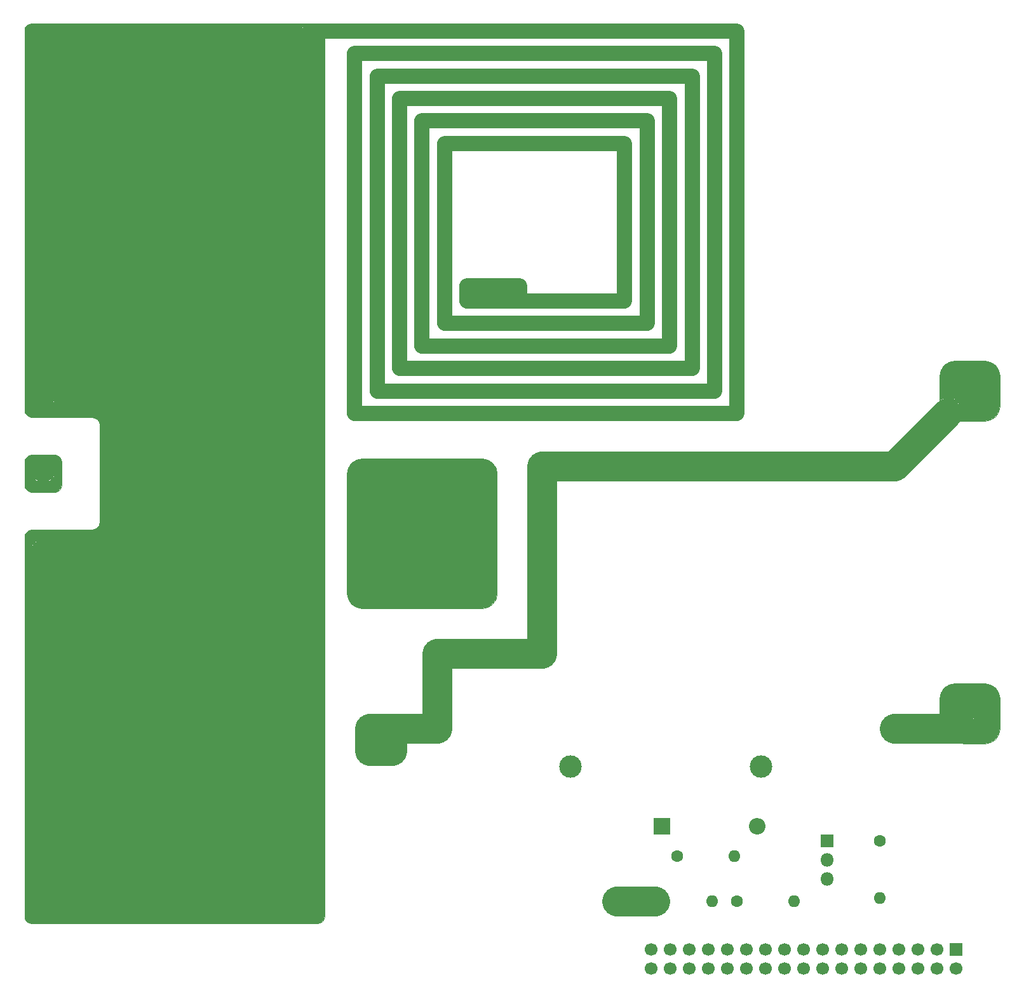
<source format=gbr>
G04 #@! TF.FileFunction,Copper,L1,Top,Signal*
%FSLAX46Y46*%
G04 Gerber Fmt 4.6, Leading zero omitted, Abs format (unit mm)*
G04 Created by KiCad (PCBNEW 4.0.3-stable) date 01/11/25 11:01:01*
%MOMM*%
%LPD*%
G01*
G04 APERTURE LIST*
%ADD10C,0.100000*%
%ADD11C,1.600000*%
%ADD12O,1.600000X1.600000*%
%ADD13R,1.700000X1.700000*%
%ADD14C,1.700000*%
%ADD15C,3.000000*%
%ADD16R,1.800000X1.800000*%
%ADD17O,1.800000X1.800000*%
%ADD18R,2.200000X2.200000*%
%ADD19O,2.200000X2.200000*%
%ADD20C,4.000000*%
%ADD21C,0.250000*%
%ADD22C,2.000000*%
%ADD23C,0.025400*%
G04 APERTURE END LIST*
D10*
D11*
X119000000Y-152000000D03*
D12*
X126620000Y-152000000D03*
D11*
X130000000Y-152000000D03*
D12*
X137620000Y-152000000D03*
D11*
X122000000Y-146000000D03*
D12*
X129620000Y-146000000D03*
D13*
X159200000Y-158500000D03*
D14*
X159200000Y-161040000D03*
X156660000Y-158500000D03*
X156660000Y-161040000D03*
X154120000Y-158500000D03*
X154120000Y-161040000D03*
X151580000Y-158500000D03*
X151580000Y-161040000D03*
X149040000Y-158500000D03*
X149040000Y-161040000D03*
X146500000Y-158500000D03*
X146500000Y-161040000D03*
X143960000Y-158500000D03*
X143960000Y-161040000D03*
X141420000Y-158500000D03*
X141420000Y-161040000D03*
X138880000Y-158500000D03*
X138880000Y-161040000D03*
X136340000Y-158500000D03*
X136340000Y-161040000D03*
X133800000Y-158500000D03*
X133800000Y-161040000D03*
X131260000Y-158500000D03*
X131260000Y-161040000D03*
X128720000Y-158500000D03*
X128720000Y-161040000D03*
X126180000Y-158500000D03*
X126180000Y-161040000D03*
X123640000Y-158500000D03*
X123640000Y-161040000D03*
X121100000Y-158500000D03*
X121100000Y-161040000D03*
X118560000Y-158500000D03*
X118560000Y-161040000D03*
D15*
X133180000Y-134080000D03*
X90000000Y-129000000D03*
X150960000Y-129000000D03*
X107780000Y-134080000D03*
D16*
X142000000Y-144000000D03*
D17*
X142000000Y-146540000D03*
X142000000Y-149080000D03*
D18*
X120000000Y-142000000D03*
D19*
X132700000Y-142000000D03*
D11*
X149000000Y-144000000D03*
D12*
X149000000Y-151620000D03*
D20*
X90000000Y-129000000D02*
X90000000Y-119000000D01*
X151000000Y-94000000D02*
X158000000Y-87000000D01*
X104000000Y-94000000D02*
X151000000Y-94000000D01*
X104000000Y-119000000D02*
X104000000Y-94000000D01*
X90000000Y-119000000D02*
X104000000Y-119000000D01*
X119000000Y-152000000D02*
X114000000Y-152000000D01*
X81000000Y-129000000D02*
X81000000Y-132000000D01*
X84000000Y-129000000D02*
X81000000Y-129000000D01*
X90000000Y-129000000D02*
X84000000Y-129000000D01*
X84000000Y-132000000D02*
X84000000Y-129000000D01*
X81000000Y-132000000D02*
X84000000Y-132000000D01*
D21*
X159000000Y-85000000D02*
X160000000Y-85000000D01*
D20*
X150960000Y-129000000D02*
X160000000Y-129000000D01*
D21*
X160000000Y-129000000D02*
X161000000Y-129000000D01*
D22*
X37000000Y-85000000D02*
X38000000Y-85000000D01*
X38000000Y-85000000D02*
X37500000Y-85000000D01*
X38000000Y-105000000D02*
X37500000Y-105000000D01*
X37000000Y-105000000D02*
X38000000Y-105000000D01*
D21*
X85000000Y-102000000D02*
X86000000Y-102000000D01*
D22*
X73000000Y-36000000D02*
X79000000Y-36000000D01*
X91000000Y-51000000D02*
X115000000Y-51000000D01*
X118000000Y-48000000D02*
X118000000Y-75000000D01*
X118000000Y-75000000D02*
X91000000Y-75000000D01*
X91000000Y-75000000D02*
X91000000Y-51000000D01*
X85000000Y-45000000D02*
X121000000Y-45000000D01*
X85000000Y-81000000D02*
X85000000Y-45000000D01*
X82000000Y-42000000D02*
X124000000Y-42000000D01*
X127000000Y-39000000D02*
X127000000Y-84000000D01*
X127000000Y-84000000D02*
X82000000Y-84000000D01*
X82000000Y-84000000D02*
X82000000Y-42000000D01*
X79000000Y-36000000D02*
X130000000Y-36000000D01*
X79000000Y-87000000D02*
X79000000Y-39000000D01*
X130000000Y-87000000D02*
X79000000Y-87000000D01*
X130000000Y-36000000D02*
X130000000Y-87000000D01*
X79000000Y-39000000D02*
X127000000Y-39000000D01*
X124000000Y-42000000D02*
X124000000Y-81000000D01*
X124000000Y-81000000D02*
X85000000Y-81000000D01*
X88000000Y-78000000D02*
X88000000Y-48000000D01*
X121000000Y-78000000D02*
X88000000Y-78000000D01*
X121000000Y-45000000D02*
X121000000Y-78000000D01*
X88000000Y-48000000D02*
X118000000Y-48000000D01*
X115000000Y-72000000D02*
X101000000Y-72000000D01*
X115000000Y-51000000D02*
X115000000Y-72000000D01*
X94000000Y-72000000D02*
X94000000Y-70000000D01*
X101000000Y-72000000D02*
X94000000Y-72000000D01*
X101000000Y-70000000D02*
X101000000Y-72000000D01*
X94000000Y-70000000D02*
X101000000Y-70000000D01*
X37000000Y-95000000D02*
X38000000Y-95000000D01*
X38000000Y-95000000D02*
X37500000Y-95000000D01*
D23*
G36*
X39377727Y-92588083D02*
X39697951Y-92802049D01*
X39911917Y-93122273D01*
X39987300Y-93501251D01*
X39987300Y-96498749D01*
X39911917Y-96877727D01*
X39697951Y-97197951D01*
X39377727Y-97411917D01*
X38998749Y-97487300D01*
X36001251Y-97487300D01*
X35622273Y-97411917D01*
X35302049Y-97197951D01*
X35088083Y-96877727D01*
X35012700Y-96498749D01*
X35012700Y-95000000D01*
X35987300Y-95000000D01*
X36064387Y-95387544D01*
X36283913Y-95716087D01*
X36612456Y-95935613D01*
X37000000Y-96012700D01*
X38000000Y-96012700D01*
X38387544Y-95935613D01*
X38716087Y-95716087D01*
X38935613Y-95387544D01*
X39012700Y-95000000D01*
X38935613Y-94612456D01*
X38716087Y-94283913D01*
X38387544Y-94064387D01*
X38000000Y-93987300D01*
X37000000Y-93987300D01*
X36612456Y-94064387D01*
X36283913Y-94283913D01*
X36064387Y-94612456D01*
X35987300Y-95000000D01*
X35012700Y-95000000D01*
X35012700Y-93501251D01*
X35088083Y-93122273D01*
X35302049Y-92802049D01*
X35622273Y-92588083D01*
X36001251Y-92512700D01*
X38998749Y-92512700D01*
X39377727Y-92588083D01*
X39377727Y-92588083D01*
G37*
X39377727Y-92588083D02*
X39697951Y-92802049D01*
X39911917Y-93122273D01*
X39987300Y-93501251D01*
X39987300Y-96498749D01*
X39911917Y-96877727D01*
X39697951Y-97197951D01*
X39377727Y-97411917D01*
X38998749Y-97487300D01*
X36001251Y-97487300D01*
X35622273Y-97411917D01*
X35302049Y-97197951D01*
X35088083Y-96877727D01*
X35012700Y-96498749D01*
X35012700Y-95000000D01*
X35987300Y-95000000D01*
X36064387Y-95387544D01*
X36283913Y-95716087D01*
X36612456Y-95935613D01*
X37000000Y-96012700D01*
X38000000Y-96012700D01*
X38387544Y-95935613D01*
X38716087Y-95716087D01*
X38935613Y-95387544D01*
X39012700Y-95000000D01*
X38935613Y-94612456D01*
X38716087Y-94283913D01*
X38387544Y-94064387D01*
X38000000Y-93987300D01*
X37000000Y-93987300D01*
X36612456Y-94064387D01*
X36283913Y-94283913D01*
X36064387Y-94612456D01*
X35987300Y-95000000D01*
X35012700Y-95000000D01*
X35012700Y-93501251D01*
X35088083Y-93122273D01*
X35302049Y-92802049D01*
X35622273Y-92588083D01*
X36001251Y-92512700D01*
X38998749Y-92512700D01*
X39377727Y-92588083D01*
G36*
X163760411Y-123164204D02*
X164405058Y-123594942D01*
X164835796Y-124239589D01*
X164987300Y-125001251D01*
X164987300Y-128998749D01*
X164835796Y-129760411D01*
X164405058Y-130405058D01*
X163760411Y-130835796D01*
X162998749Y-130987300D01*
X160127694Y-130987300D01*
X160770227Y-130859492D01*
X161423194Y-130423194D01*
X161859492Y-129770227D01*
X162012700Y-129000000D01*
X161859492Y-128229773D01*
X161423194Y-127576806D01*
X160770227Y-127140508D01*
X160000000Y-126987300D01*
X157012700Y-126987300D01*
X157012700Y-125001251D01*
X157164204Y-124239589D01*
X157594942Y-123594942D01*
X158239589Y-123164204D01*
X159001251Y-123012700D01*
X162998749Y-123012700D01*
X163760411Y-123164204D01*
X163760411Y-123164204D01*
G37*
X163760411Y-123164204D02*
X164405058Y-123594942D01*
X164835796Y-124239589D01*
X164987300Y-125001251D01*
X164987300Y-128998749D01*
X164835796Y-129760411D01*
X164405058Y-130405058D01*
X163760411Y-130835796D01*
X162998749Y-130987300D01*
X160127694Y-130987300D01*
X160770227Y-130859492D01*
X161423194Y-130423194D01*
X161859492Y-129770227D01*
X162012700Y-129000000D01*
X161859492Y-128229773D01*
X161423194Y-127576806D01*
X160770227Y-127140508D01*
X160000000Y-126987300D01*
X157012700Y-126987300D01*
X157012700Y-125001251D01*
X157164204Y-124239589D01*
X157594942Y-123594942D01*
X158239589Y-123164204D01*
X159001251Y-123012700D01*
X162998749Y-123012700D01*
X163760411Y-123164204D01*
G36*
X96760411Y-93164204D02*
X97405058Y-93594942D01*
X97835796Y-94239589D01*
X97987300Y-95001251D01*
X97987300Y-110998749D01*
X97835796Y-111760411D01*
X97405058Y-112405058D01*
X96760411Y-112835796D01*
X95998749Y-112987300D01*
X80001251Y-112987300D01*
X79239589Y-112835796D01*
X78594942Y-112405058D01*
X78164204Y-111760411D01*
X78012700Y-110998749D01*
X78012700Y-102000000D01*
X84862300Y-102000000D01*
X84872782Y-102052696D01*
X84902631Y-102097369D01*
X84947304Y-102127218D01*
X85000000Y-102137700D01*
X86000000Y-102137700D01*
X86052696Y-102127218D01*
X86097369Y-102097369D01*
X86127218Y-102052696D01*
X86137700Y-102000000D01*
X86127218Y-101947304D01*
X86097369Y-101902631D01*
X86052696Y-101872782D01*
X86000000Y-101862300D01*
X85000000Y-101862300D01*
X84947304Y-101872782D01*
X84902631Y-101902631D01*
X84872782Y-101947304D01*
X84862300Y-102000000D01*
X78012700Y-102000000D01*
X78012700Y-95001251D01*
X78164204Y-94239589D01*
X78594942Y-93594942D01*
X79239589Y-93164204D01*
X80001251Y-93012700D01*
X95998749Y-93012700D01*
X96760411Y-93164204D01*
X96760411Y-93164204D01*
G37*
X96760411Y-93164204D02*
X97405058Y-93594942D01*
X97835796Y-94239589D01*
X97987300Y-95001251D01*
X97987300Y-110998749D01*
X97835796Y-111760411D01*
X97405058Y-112405058D01*
X96760411Y-112835796D01*
X95998749Y-112987300D01*
X80001251Y-112987300D01*
X79239589Y-112835796D01*
X78594942Y-112405058D01*
X78164204Y-111760411D01*
X78012700Y-110998749D01*
X78012700Y-102000000D01*
X84862300Y-102000000D01*
X84872782Y-102052696D01*
X84902631Y-102097369D01*
X84947304Y-102127218D01*
X85000000Y-102137700D01*
X86000000Y-102137700D01*
X86052696Y-102127218D01*
X86097369Y-102097369D01*
X86127218Y-102052696D01*
X86137700Y-102000000D01*
X86127218Y-101947304D01*
X86097369Y-101902631D01*
X86052696Y-101872782D01*
X86000000Y-101862300D01*
X85000000Y-101862300D01*
X84947304Y-101872782D01*
X84902631Y-101902631D01*
X84872782Y-101947304D01*
X84862300Y-102000000D01*
X78012700Y-102000000D01*
X78012700Y-95001251D01*
X78164204Y-94239589D01*
X78594942Y-93594942D01*
X79239589Y-93164204D01*
X80001251Y-93012700D01*
X95998749Y-93012700D01*
X96760411Y-93164204D01*
G36*
X72612456Y-35064387D02*
X72283913Y-35283913D01*
X72064387Y-35612456D01*
X71987300Y-36000000D01*
X72064387Y-36387544D01*
X72283913Y-36716087D01*
X72612456Y-36935613D01*
X73000000Y-37012700D01*
X74987300Y-37012700D01*
X74987300Y-153998749D01*
X74911917Y-154377727D01*
X74697951Y-154697951D01*
X74377727Y-154911917D01*
X73998749Y-154987300D01*
X36001251Y-154987300D01*
X35622273Y-154911917D01*
X35302049Y-154697951D01*
X35088083Y-154377727D01*
X35012700Y-153998749D01*
X35012700Y-105000000D01*
X35987300Y-105000000D01*
X36064387Y-105387544D01*
X36283913Y-105716087D01*
X36612456Y-105935613D01*
X37000000Y-106012700D01*
X38000000Y-106012700D01*
X38387544Y-105935613D01*
X38716087Y-105716087D01*
X38935613Y-105387544D01*
X39012700Y-105000000D01*
X38935613Y-104612456D01*
X38716087Y-104283913D01*
X38387544Y-104064387D01*
X38000000Y-103987300D01*
X37000000Y-103987300D01*
X36612456Y-104064387D01*
X36283913Y-104283913D01*
X36064387Y-104612456D01*
X35987300Y-105000000D01*
X35012700Y-105000000D01*
X35012700Y-103501251D01*
X35088083Y-103122273D01*
X35302049Y-102802049D01*
X35622273Y-102588083D01*
X36001251Y-102512700D01*
X44000000Y-102512700D01*
X44002478Y-102512456D01*
X44385161Y-102436336D01*
X44389739Y-102434440D01*
X44714163Y-102217667D01*
X44717667Y-102214163D01*
X44934440Y-101889739D01*
X44936336Y-101885161D01*
X45012456Y-101502478D01*
X45012700Y-101500000D01*
X45012700Y-88500000D01*
X45012456Y-88497522D01*
X44936336Y-88114839D01*
X44934440Y-88110261D01*
X44717667Y-87785837D01*
X44714163Y-87782333D01*
X44389739Y-87565560D01*
X44385161Y-87563664D01*
X44002478Y-87487544D01*
X44000000Y-87487300D01*
X36001251Y-87487300D01*
X35622273Y-87411917D01*
X35302049Y-87197951D01*
X35088083Y-86877727D01*
X35012700Y-86498749D01*
X35012700Y-85000000D01*
X35987300Y-85000000D01*
X36064387Y-85387544D01*
X36283913Y-85716087D01*
X36612456Y-85935613D01*
X37000000Y-86012700D01*
X38000000Y-86012700D01*
X38387544Y-85935613D01*
X38716087Y-85716087D01*
X38935613Y-85387544D01*
X39012700Y-85000000D01*
X38935613Y-84612456D01*
X38716087Y-84283913D01*
X38387544Y-84064387D01*
X38000000Y-83987300D01*
X37000000Y-83987300D01*
X36612456Y-84064387D01*
X36283913Y-84283913D01*
X36064387Y-84612456D01*
X35987300Y-85000000D01*
X35012700Y-85000000D01*
X35012700Y-36001251D01*
X35088083Y-35622273D01*
X35302049Y-35302049D01*
X35622273Y-35088083D01*
X36001251Y-35012700D01*
X72872305Y-35012700D01*
X72612456Y-35064387D01*
X72612456Y-35064387D01*
G37*
X72612456Y-35064387D02*
X72283913Y-35283913D01*
X72064387Y-35612456D01*
X71987300Y-36000000D01*
X72064387Y-36387544D01*
X72283913Y-36716087D01*
X72612456Y-36935613D01*
X73000000Y-37012700D01*
X74987300Y-37012700D01*
X74987300Y-153998749D01*
X74911917Y-154377727D01*
X74697951Y-154697951D01*
X74377727Y-154911917D01*
X73998749Y-154987300D01*
X36001251Y-154987300D01*
X35622273Y-154911917D01*
X35302049Y-154697951D01*
X35088083Y-154377727D01*
X35012700Y-153998749D01*
X35012700Y-105000000D01*
X35987300Y-105000000D01*
X36064387Y-105387544D01*
X36283913Y-105716087D01*
X36612456Y-105935613D01*
X37000000Y-106012700D01*
X38000000Y-106012700D01*
X38387544Y-105935613D01*
X38716087Y-105716087D01*
X38935613Y-105387544D01*
X39012700Y-105000000D01*
X38935613Y-104612456D01*
X38716087Y-104283913D01*
X38387544Y-104064387D01*
X38000000Y-103987300D01*
X37000000Y-103987300D01*
X36612456Y-104064387D01*
X36283913Y-104283913D01*
X36064387Y-104612456D01*
X35987300Y-105000000D01*
X35012700Y-105000000D01*
X35012700Y-103501251D01*
X35088083Y-103122273D01*
X35302049Y-102802049D01*
X35622273Y-102588083D01*
X36001251Y-102512700D01*
X44000000Y-102512700D01*
X44002478Y-102512456D01*
X44385161Y-102436336D01*
X44389739Y-102434440D01*
X44714163Y-102217667D01*
X44717667Y-102214163D01*
X44934440Y-101889739D01*
X44936336Y-101885161D01*
X45012456Y-101502478D01*
X45012700Y-101500000D01*
X45012700Y-88500000D01*
X45012456Y-88497522D01*
X44936336Y-88114839D01*
X44934440Y-88110261D01*
X44717667Y-87785837D01*
X44714163Y-87782333D01*
X44389739Y-87565560D01*
X44385161Y-87563664D01*
X44002478Y-87487544D01*
X44000000Y-87487300D01*
X36001251Y-87487300D01*
X35622273Y-87411917D01*
X35302049Y-87197951D01*
X35088083Y-86877727D01*
X35012700Y-86498749D01*
X35012700Y-85000000D01*
X35987300Y-85000000D01*
X36064387Y-85387544D01*
X36283913Y-85716087D01*
X36612456Y-85935613D01*
X37000000Y-86012700D01*
X38000000Y-86012700D01*
X38387544Y-85935613D01*
X38716087Y-85716087D01*
X38935613Y-85387544D01*
X39012700Y-85000000D01*
X38935613Y-84612456D01*
X38716087Y-84283913D01*
X38387544Y-84064387D01*
X38000000Y-83987300D01*
X37000000Y-83987300D01*
X36612456Y-84064387D01*
X36283913Y-84283913D01*
X36064387Y-84612456D01*
X35987300Y-85000000D01*
X35012700Y-85000000D01*
X35012700Y-36001251D01*
X35088083Y-35622273D01*
X35302049Y-35302049D01*
X35622273Y-35088083D01*
X36001251Y-35012700D01*
X72872305Y-35012700D01*
X72612456Y-35064387D01*
G36*
X163760411Y-80164204D02*
X164405058Y-80594942D01*
X164835796Y-81239589D01*
X164987300Y-82001251D01*
X164987300Y-85998749D01*
X164835796Y-86760411D01*
X164405058Y-87405058D01*
X163760411Y-87835796D01*
X162998749Y-87987300D01*
X159714449Y-87987300D01*
X159859492Y-87770227D01*
X160012700Y-87000000D01*
X159859492Y-86229773D01*
X159423194Y-85576806D01*
X158770227Y-85140508D01*
X158063848Y-85000000D01*
X158862300Y-85000000D01*
X158872782Y-85052696D01*
X158902631Y-85097369D01*
X158947304Y-85127218D01*
X159000000Y-85137700D01*
X160000000Y-85137700D01*
X160052696Y-85127218D01*
X160097369Y-85097369D01*
X160127218Y-85052696D01*
X160137700Y-85000000D01*
X160127218Y-84947304D01*
X160097369Y-84902631D01*
X160052696Y-84872782D01*
X160000000Y-84862300D01*
X159000000Y-84862300D01*
X158947304Y-84872782D01*
X158902631Y-84902631D01*
X158872782Y-84947304D01*
X158862300Y-85000000D01*
X158063848Y-85000000D01*
X158000000Y-84987300D01*
X157229773Y-85140508D01*
X157012700Y-85285551D01*
X157012700Y-82001251D01*
X157164204Y-81239589D01*
X157594942Y-80594942D01*
X158239589Y-80164204D01*
X159001251Y-80012700D01*
X162998749Y-80012700D01*
X163760411Y-80164204D01*
X163760411Y-80164204D01*
G37*
X163760411Y-80164204D02*
X164405058Y-80594942D01*
X164835796Y-81239589D01*
X164987300Y-82001251D01*
X164987300Y-85998749D01*
X164835796Y-86760411D01*
X164405058Y-87405058D01*
X163760411Y-87835796D01*
X162998749Y-87987300D01*
X159714449Y-87987300D01*
X159859492Y-87770227D01*
X160012700Y-87000000D01*
X159859492Y-86229773D01*
X159423194Y-85576806D01*
X158770227Y-85140508D01*
X158063848Y-85000000D01*
X158862300Y-85000000D01*
X158872782Y-85052696D01*
X158902631Y-85097369D01*
X158947304Y-85127218D01*
X159000000Y-85137700D01*
X160000000Y-85137700D01*
X160052696Y-85127218D01*
X160097369Y-85097369D01*
X160127218Y-85052696D01*
X160137700Y-85000000D01*
X160127218Y-84947304D01*
X160097369Y-84902631D01*
X160052696Y-84872782D01*
X160000000Y-84862300D01*
X159000000Y-84862300D01*
X158947304Y-84872782D01*
X158902631Y-84902631D01*
X158872782Y-84947304D01*
X158862300Y-85000000D01*
X158063848Y-85000000D01*
X158000000Y-84987300D01*
X157229773Y-85140508D01*
X157012700Y-85285551D01*
X157012700Y-82001251D01*
X157164204Y-81239589D01*
X157594942Y-80594942D01*
X158239589Y-80164204D01*
X159001251Y-80012700D01*
X162998749Y-80012700D01*
X163760411Y-80164204D01*
M02*

</source>
